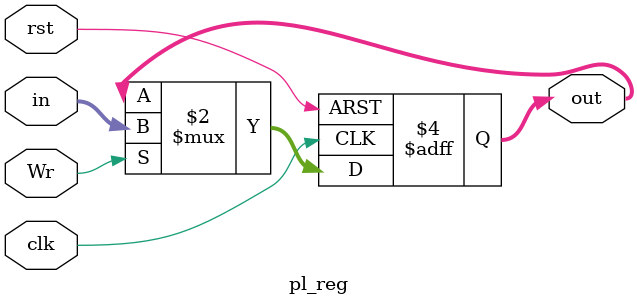
<source format=v>
module pl_reg #(parameter WIDTH = 32)(
    input clk, rst, 
    input [WIDTH-1:0] in,
    input Wr,
    output reg [WIDTH-1:0] out
    );
    
    always@(posedge clk, posedge rst)
      begin
          if(rst)
              out <= 0;
          else 
            if(Wr)
                begin
                    out <= in;
                end
      end
    
endmodule

</source>
